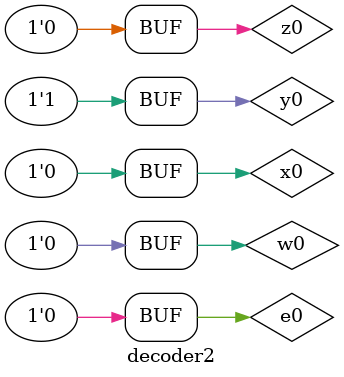
<source format=v>
module decoder(x,y,z,w,e,d);
input  w,x,y,z,e;
output [15:0]d;
assign d[0]=  (~x) & (~y) &(~z) & (~w) & (e) ;
assign d[1]=  (~x) & (~y) &(~z) & (w) & (e) ;
assign d[2]=  (~x) & (~y) &(z) & (~w) & (e) ;
assign d[3]=  (~x) & (~y) &(z)  & (w) & (e) ;
assign d[4]=  (~x) & (y) &(~z) & (~w) & (e) ;
assign d[5]=  (~x) & (y) &(~z)  & (w) & (e) ;
assign d[6]=  (~x) & (y) &(z)  & (~w) & (e) ;
assign d[7]=  (~x) & (y) &(z)  & (w) & (e) ;

assign d[8]=  (x) & (~y) &(~z) & (~w) & (e) ;
assign d[9]=  (x) & (~y) &(~z) & (w) & (e) ;
assign d[10]= (x) & (~y) &(z) & (~w) & (e) ;
assign d[11]= (x) & (~y) &(z)  & (w) & (e) ;
assign d[12]= (x) & (y) &(~z) & (~w) & (e) ;
assign d[13]= (x) & (y) &(~z)  & (w) & (e) ;
assign d[14]= (x) & (y) &(z)  & (~w) & (e) ;
assign d[15]= (x) & (y) &(z)  & (w) & (e) ;

endmodule

module decoder2();
reg x0,y0,z0,w0,e0;
wire [15:0]dd;

initial
begin
e0=0;
x0=0;
y0=1;
z0=0;
w0=1;

#10 e0=1;
#00 x0=0;
#00 y0=0;
#00 z0=0;
#00 w0=0;

#10 x0=0;
#00 y0=0;
#00 z0=1;
#00 w0=1;

#10 x0=0;
#00 y0=1;
#00 z0=0;
#00 w0=0;

#10 e0=0;
end
decoder s(.d(dd),.e(e0),.x(x0),.y(y0),.z(z0),.w(w0));
endmodule
</source>
